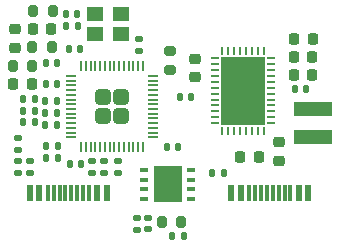
<source format=gbr>
%TF.GenerationSoftware,KiCad,Pcbnew,8.99.0-2194-gb3b7cbcab2*%
%TF.CreationDate,2024-11-16T00:43:09-05:00*%
%TF.ProjectId,minifoc esc,6d696e69-666f-4632-9065-73632e6b6963,V1.0*%
%TF.SameCoordinates,Original*%
%TF.FileFunction,Paste,Top*%
%TF.FilePolarity,Positive*%
%FSLAX46Y46*%
G04 Gerber Fmt 4.6, Leading zero omitted, Abs format (unit mm)*
G04 Created by KiCad (PCBNEW 8.99.0-2194-gb3b7cbcab2) date 2024-11-16 00:43:09*
%MOMM*%
%LPD*%
G01*
G04 APERTURE LIST*
G04 Aperture macros list*
%AMRoundRect*
0 Rectangle with rounded corners*
0 $1 Rounding radius*
0 $2 $3 $4 $5 $6 $7 $8 $9 X,Y pos of 4 corners*
0 Add a 4 corners polygon primitive as box body*
4,1,4,$2,$3,$4,$5,$6,$7,$8,$9,$2,$3,0*
0 Add four circle primitives for the rounded corners*
1,1,$1+$1,$2,$3*
1,1,$1+$1,$4,$5*
1,1,$1+$1,$6,$7*
1,1,$1+$1,$8,$9*
0 Add four rect primitives between the rounded corners*
20,1,$1+$1,$2,$3,$4,$5,0*
20,1,$1+$1,$4,$5,$6,$7,0*
20,1,$1+$1,$6,$7,$8,$9,0*
20,1,$1+$1,$8,$9,$2,$3,0*%
G04 Aperture macros list end*
%ADD10C,0.000000*%
%ADD11RoundRect,0.225000X-0.250000X0.225000X-0.250000X-0.225000X0.250000X-0.225000X0.250000X0.225000X0*%
%ADD12RoundRect,0.140000X0.140000X0.170000X-0.140000X0.170000X-0.140000X-0.170000X0.140000X-0.170000X0*%
%ADD13RoundRect,0.135000X-0.185000X0.135000X-0.185000X-0.135000X0.185000X-0.135000X0.185000X0.135000X0*%
%ADD14RoundRect,0.135000X-0.135000X-0.185000X0.135000X-0.185000X0.135000X0.185000X-0.135000X0.185000X0*%
%ADD15RoundRect,0.135000X0.135000X0.185000X-0.135000X0.185000X-0.135000X-0.185000X0.135000X-0.185000X0*%
%ADD16RoundRect,0.135000X0.185000X-0.135000X0.185000X0.135000X-0.185000X0.135000X-0.185000X-0.135000X0*%
%ADD17RoundRect,0.140000X-0.140000X-0.170000X0.140000X-0.170000X0.140000X0.170000X-0.140000X0.170000X0*%
%ADD18RoundRect,0.225000X-0.225000X-0.250000X0.225000X-0.250000X0.225000X0.250000X-0.225000X0.250000X0*%
%ADD19R,0.600000X1.450000*%
%ADD20R,0.300000X1.450000*%
%ADD21RoundRect,0.200000X0.200000X0.275000X-0.200000X0.275000X-0.200000X-0.275000X0.200000X-0.275000X0*%
%ADD22RoundRect,0.140000X-0.170000X0.140000X-0.170000X-0.140000X0.170000X-0.140000X0.170000X0.140000X0*%
%ADD23RoundRect,0.200000X-0.200000X-0.275000X0.200000X-0.275000X0.200000X0.275000X-0.200000X0.275000X0*%
%ADD24RoundRect,0.218750X-0.218750X-0.256250X0.218750X-0.256250X0.218750X0.256250X-0.218750X0.256250X0*%
%ADD25RoundRect,0.225000X0.225000X0.250000X-0.225000X0.250000X-0.225000X-0.250000X0.225000X-0.250000X0*%
%ADD26R,0.762000X0.304800*%
%ADD27R,2.387600X3.098800*%
%ADD28RoundRect,0.249999X0.395001X0.395001X-0.395001X0.395001X-0.395001X-0.395001X0.395001X-0.395001X0*%
%ADD29RoundRect,0.050000X0.387500X0.050000X-0.387500X0.050000X-0.387500X-0.050000X0.387500X-0.050000X0*%
%ADD30RoundRect,0.050000X0.050000X0.387500X-0.050000X0.387500X-0.050000X-0.387500X0.050000X-0.387500X0*%
%ADD31RoundRect,0.225000X0.250000X-0.225000X0.250000X0.225000X-0.250000X0.225000X-0.250000X-0.225000X0*%
%ADD32R,3.200000X1.200000*%
%ADD33R,0.711200X0.254000*%
%ADD34R,0.254000X0.711200*%
%ADD35R,3.810000X5.791200*%
%ADD36R,1.400000X1.200000*%
%ADD37RoundRect,0.218750X-0.256250X0.218750X-0.256250X-0.218750X0.256250X-0.218750X0.256250X0.218750X0*%
%ADD38RoundRect,0.200000X0.275000X-0.200000X0.275000X0.200000X-0.275000X0.200000X-0.275000X-0.200000X0*%
G04 APERTURE END LIST*
D10*
%TO.C,U3*%
G36*
X149042300Y-105810150D02*
G01*
X146854700Y-105810150D01*
X146854700Y-104460750D01*
X149042300Y-104460750D01*
X149042300Y-105810150D01*
G37*
G36*
X149042300Y-107359550D02*
G01*
X146854700Y-107359550D01*
X146854700Y-106010150D01*
X149042300Y-106010150D01*
X149042300Y-107359550D01*
G37*
%TO.C,U1*%
G36*
X153594700Y-96432263D02*
G01*
X152524700Y-96432263D01*
X152524700Y-95184463D01*
X153594700Y-95184463D01*
X153594700Y-96432263D01*
G37*
G36*
X153594700Y-97880063D02*
G01*
X152524700Y-97880063D01*
X152524700Y-96632263D01*
X153594700Y-96632263D01*
X153594700Y-97880063D01*
G37*
G36*
X153594700Y-99327863D02*
G01*
X152524700Y-99327863D01*
X152524700Y-98080063D01*
X153594700Y-98080063D01*
X153594700Y-99327863D01*
G37*
G36*
X153594700Y-100775663D02*
G01*
X152524700Y-100775663D01*
X152524700Y-99527863D01*
X153594700Y-99527863D01*
X153594700Y-100775663D01*
G37*
G36*
X154864700Y-96432263D02*
G01*
X153794700Y-96432263D01*
X153794700Y-95184463D01*
X154864700Y-95184463D01*
X154864700Y-96432263D01*
G37*
G36*
X154864700Y-97880063D02*
G01*
X153794700Y-97880063D01*
X153794700Y-96632263D01*
X154864700Y-96632263D01*
X154864700Y-97880063D01*
G37*
G36*
X154864700Y-99327863D02*
G01*
X153794700Y-99327863D01*
X153794700Y-98080063D01*
X154864700Y-98080063D01*
X154864700Y-99327863D01*
G37*
G36*
X154864700Y-100775663D02*
G01*
X153794700Y-100775663D01*
X153794700Y-99527863D01*
X154864700Y-99527863D01*
X154864700Y-100775663D01*
G37*
G36*
X156134700Y-96432263D02*
G01*
X155064700Y-96432263D01*
X155064700Y-95184463D01*
X156134700Y-95184463D01*
X156134700Y-96432263D01*
G37*
G36*
X156134700Y-97880063D02*
G01*
X155064700Y-97880063D01*
X155064700Y-96632263D01*
X156134700Y-96632263D01*
X156134700Y-97880063D01*
G37*
G36*
X156134700Y-99327863D02*
G01*
X155064700Y-99327863D01*
X155064700Y-98080063D01*
X156134700Y-98080063D01*
X156134700Y-99327863D01*
G37*
G36*
X156134700Y-100775663D02*
G01*
X155064700Y-100775663D01*
X155064700Y-99527863D01*
X156134700Y-99527863D01*
X156134700Y-100775663D01*
G37*
%TD*%
D11*
%TO.C,C10*%
X157390000Y-103890000D03*
X157390000Y-102340000D03*
%TD*%
D12*
%TO.C,C22*%
X140600000Y-104200000D03*
X139640000Y-104200000D03*
%TD*%
D13*
%TO.C,R5*%
X135250000Y-102000000D03*
X135250000Y-103020000D03*
%TD*%
D14*
%TO.C,R3*%
X137590000Y-100880000D03*
X138610000Y-100880000D03*
%TD*%
D12*
%TO.C,C16*%
X138640000Y-103640000D03*
X137680000Y-103640000D03*
%TD*%
D15*
%TO.C,R4*%
X140340000Y-92500000D03*
X139320000Y-92500000D03*
%TD*%
D16*
%TO.C,R11*%
X135260000Y-104930000D03*
X135260000Y-103910000D03*
%TD*%
D12*
%TO.C,C6*%
X136680000Y-99660000D03*
X135720000Y-99660000D03*
%TD*%
%TO.C,C19*%
X138610000Y-97380000D03*
X137650000Y-97380000D03*
%TD*%
%TO.C,C5*%
X136680000Y-98680000D03*
X135720000Y-98680000D03*
%TD*%
D17*
%TO.C,C18*%
X147860000Y-102710000D03*
X148820000Y-102710000D03*
%TD*%
D18*
%TO.C,C2*%
X158675000Y-93610000D03*
X160225000Y-93610000D03*
%TD*%
D12*
%TO.C,C7*%
X136690000Y-100640000D03*
X135730000Y-100640000D03*
%TD*%
D19*
%TO.C,J6*%
X153340000Y-106665000D03*
X154140000Y-106665000D03*
D20*
X155340000Y-106665000D03*
X156340000Y-106665000D03*
X156840000Y-106665000D03*
X157840000Y-106665000D03*
D19*
X159040000Y-106665000D03*
X159840000Y-106665000D03*
X159840000Y-106665000D03*
X159040000Y-106665000D03*
D20*
X158340000Y-106665000D03*
X157340000Y-106665000D03*
X155840000Y-106665000D03*
X154840000Y-106665000D03*
D19*
X154140000Y-106665000D03*
X153340000Y-106665000D03*
%TD*%
D21*
%TO.C,R8*%
X149105000Y-109060000D03*
X147455000Y-109060000D03*
%TD*%
D22*
%TO.C,C20*%
X142550000Y-103960000D03*
X142550000Y-104920000D03*
%TD*%
D23*
%TO.C,R14*%
X136485000Y-94310000D03*
X138135000Y-94310000D03*
%TD*%
D24*
%TO.C,D3*%
X134872500Y-97420000D03*
X136447500Y-97420000D03*
%TD*%
D13*
%TO.C,R10*%
X136270000Y-103910000D03*
X136270000Y-104930000D03*
%TD*%
D22*
%TO.C,C24*%
X143730000Y-103960000D03*
X143730000Y-104920000D03*
%TD*%
D23*
%TO.C,R12*%
X136545000Y-91240000D03*
X138195000Y-91240000D03*
%TD*%
D22*
%TO.C,C11*%
X145560000Y-93630000D03*
X145560000Y-94590000D03*
%TD*%
D17*
%TO.C,C12*%
X139350000Y-91480000D03*
X140310000Y-91480000D03*
%TD*%
D25*
%TO.C,C3*%
X160185000Y-96630000D03*
X158635000Y-96630000D03*
%TD*%
D16*
%TO.C,R6*%
X145340000Y-109760000D03*
X145340000Y-108740000D03*
%TD*%
D14*
%TO.C,R2*%
X137580000Y-99850000D03*
X138600000Y-99850000D03*
%TD*%
D26*
%TO.C,U3*%
X149917000Y-107110300D03*
X149917000Y-106310200D03*
X149917000Y-105510100D03*
X149917000Y-104710000D03*
D27*
X147948500Y-105910150D03*
D26*
X145980000Y-104710000D03*
X145980000Y-105510100D03*
X145980000Y-106310200D03*
X145980000Y-107110300D03*
%TD*%
D18*
%TO.C,C1*%
X158655000Y-95120000D03*
X160205000Y-95120000D03*
%TD*%
%TO.C,C9*%
X154105000Y-103620000D03*
X155655000Y-103620000D03*
%TD*%
D19*
%TO.C,J4*%
X136290000Y-106665000D03*
X137090000Y-106665000D03*
D20*
X138290000Y-106665000D03*
X139290000Y-106665000D03*
X139790000Y-106665000D03*
X140790000Y-106665000D03*
D19*
X141990000Y-106665000D03*
X142790000Y-106665000D03*
X142790000Y-106665000D03*
X141990000Y-106665000D03*
D20*
X141290000Y-106665000D03*
X140290000Y-106665000D03*
X138790000Y-106665000D03*
X137790000Y-106665000D03*
D19*
X137090000Y-106665000D03*
X136290000Y-106665000D03*
%TD*%
D28*
%TO.C,U2*%
X144030000Y-100129700D03*
X144030000Y-98529700D03*
X142430000Y-100129700D03*
X142430000Y-98529700D03*
D29*
X146667500Y-101929700D03*
X146667500Y-101529700D03*
X146667500Y-101129700D03*
X146667500Y-100729700D03*
X146667500Y-100329700D03*
X146667500Y-99929700D03*
X146667500Y-99529700D03*
X146667500Y-99129700D03*
X146667500Y-98729700D03*
X146667500Y-98329700D03*
X146667500Y-97929700D03*
X146667500Y-97529700D03*
X146667500Y-97129700D03*
X146667500Y-96729700D03*
D30*
X145830000Y-95892200D03*
X145430000Y-95892200D03*
X145030000Y-95892200D03*
X144630000Y-95892200D03*
X144230000Y-95892200D03*
X143830000Y-95892200D03*
X143430000Y-95892200D03*
X143030000Y-95892200D03*
X142630000Y-95892200D03*
X142230000Y-95892200D03*
X141830000Y-95892200D03*
X141430000Y-95892200D03*
X141030000Y-95892200D03*
X140630000Y-95892200D03*
D29*
X139792500Y-96729700D03*
X139792500Y-97129700D03*
X139792500Y-97529700D03*
X139792500Y-97929700D03*
X139792500Y-98329700D03*
X139792500Y-98729700D03*
X139792500Y-99129700D03*
X139792500Y-99529700D03*
X139792500Y-99929700D03*
X139792500Y-100329700D03*
X139792500Y-100729700D03*
X139792500Y-101129700D03*
X139792500Y-101529700D03*
X139792500Y-101929700D03*
D30*
X140630000Y-102767200D03*
X141030000Y-102767200D03*
X141430000Y-102767200D03*
X141830000Y-102767200D03*
X142230000Y-102767200D03*
X142630000Y-102767200D03*
X143030000Y-102767200D03*
X143430000Y-102767200D03*
X143830000Y-102767200D03*
X144230000Y-102767200D03*
X144630000Y-102767200D03*
X145030000Y-102767200D03*
X145430000Y-102767200D03*
X145830000Y-102767200D03*
%TD*%
D31*
%TO.C,C8*%
X150220000Y-96845000D03*
X150220000Y-95295000D03*
%TD*%
D32*
%TO.C,L1*%
X160220000Y-99540000D03*
X160220000Y-101940000D03*
%TD*%
D12*
%TO.C,C15*%
X140560000Y-94480000D03*
X139600000Y-94480000D03*
%TD*%
D24*
%TO.C,D1*%
X136522500Y-92770000D03*
X138097500Y-92770000D03*
%TD*%
D33*
%TO.C,U1*%
X156730000Y-100730756D03*
X156730000Y-100230630D03*
X156730000Y-99730504D03*
X156730000Y-99230378D03*
X156730000Y-98730252D03*
X156730000Y-98230126D03*
X156730000Y-97730000D03*
X156730000Y-97229874D03*
X156730000Y-96729748D03*
X156730000Y-96229622D03*
X156730000Y-95729496D03*
X156730000Y-95229370D03*
D34*
X156080141Y-94576463D03*
X155580015Y-94576463D03*
X155079889Y-94576463D03*
X154579763Y-94576463D03*
X154079637Y-94576463D03*
X153579511Y-94576463D03*
X153079385Y-94576463D03*
X152579259Y-94576463D03*
D33*
X151929400Y-95229370D03*
X151929400Y-95729496D03*
X151929400Y-96229622D03*
X151929400Y-96729748D03*
X151929400Y-97229874D03*
X151929400Y-97730000D03*
X151929400Y-98230126D03*
X151929400Y-98730252D03*
X151929400Y-99230378D03*
X151929400Y-99730504D03*
X151929400Y-100230630D03*
X151929400Y-100730756D03*
D34*
X152579259Y-101383663D03*
X153079385Y-101383663D03*
X153579511Y-101383663D03*
X154079637Y-101383663D03*
X154579763Y-101383663D03*
X155079889Y-101383663D03*
X155580015Y-101383663D03*
X156080141Y-101383663D03*
D35*
X154329700Y-97980063D03*
%TD*%
D36*
%TO.C,Y1*%
X143980000Y-91460000D03*
X141780000Y-91460000D03*
X141780000Y-93160000D03*
X143980000Y-93160000D03*
%TD*%
D22*
%TO.C,C13*%
X141550000Y-103950000D03*
X141550000Y-104910000D03*
%TD*%
D14*
%TO.C,R1*%
X137590000Y-98850000D03*
X138610000Y-98850000D03*
%TD*%
D17*
%TO.C,C17*%
X148949500Y-98480000D03*
X149909500Y-98480000D03*
%TD*%
D37*
%TO.C,D2*%
X135000000Y-92762500D03*
X135000000Y-94337500D03*
%TD*%
D14*
%TO.C,R7*%
X148320000Y-110310000D03*
X149340000Y-110310000D03*
%TD*%
D22*
%TO.C,C14*%
X146270000Y-108750000D03*
X146270000Y-109710000D03*
%TD*%
D12*
%TO.C,C23*%
X138590000Y-95630000D03*
X137630000Y-95630000D03*
%TD*%
D38*
%TO.C,R13*%
X148150000Y-96245000D03*
X148150000Y-94595000D03*
%TD*%
D12*
%TO.C,C21*%
X138620000Y-102660000D03*
X137660000Y-102660000D03*
%TD*%
D23*
%TO.C,R15*%
X134835000Y-95890000D03*
X136485000Y-95890000D03*
%TD*%
D15*
%TO.C,R9*%
X152710000Y-104910000D03*
X151690000Y-104910000D03*
%TD*%
D17*
%TO.C,C4*%
X158720000Y-97850000D03*
X159680000Y-97850000D03*
%TD*%
M02*

</source>
